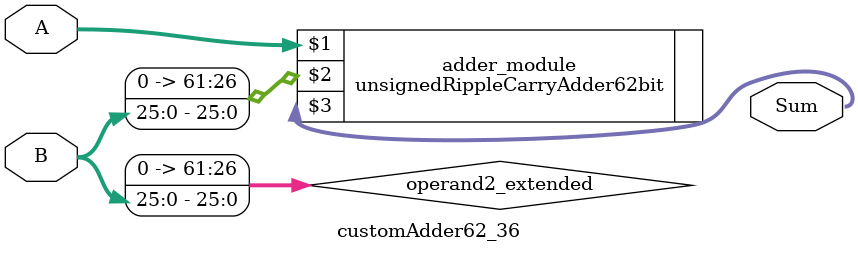
<source format=v>
module customAdder62_36(
                        input [61 : 0] A,
                        input [25 : 0] B,
                        
                        output [62 : 0] Sum
                );

        wire [61 : 0] operand2_extended;
        
        assign operand2_extended =  {36'b0, B};
        
        unsignedRippleCarryAdder62bit adder_module(
            A,
            operand2_extended,
            Sum
        );
        
        endmodule
        
</source>
